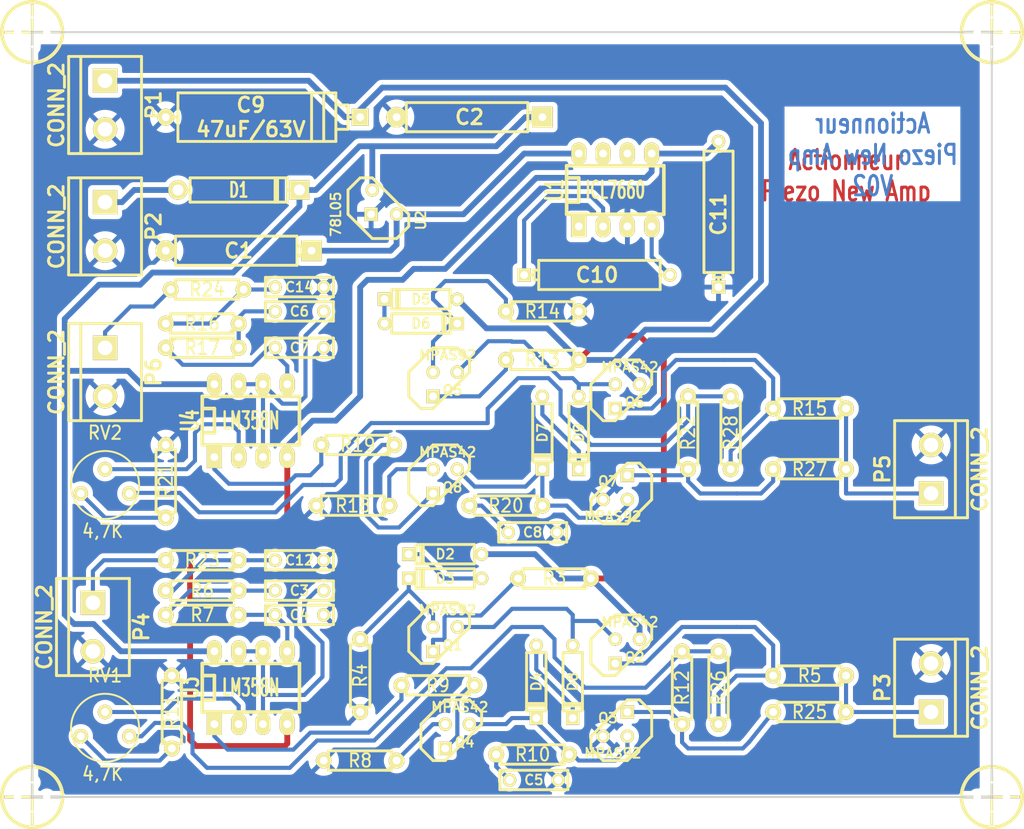
<source format=kicad_pcb>
(kicad_pcb (version 20221018) (generator pcbnew)
  (title_block (title "Actionneur_piezo"))
  (layers (0 "F.Cu" power "Composant") (31 "B.Cu" signal "Cuivre") (34 "B.Paste" user "Dessous.Pate") (35 "F.Paste" user "Dessus.Pate") (36 "B.SilkS" user "Dessous.SilkS") (37 "F.SilkS" user "Dessus.SilkS") (38 "B.Mask" user "Dessous.Masque") (39 "F.Mask" user "Dessus.Masque") (44 "Edge.Cuts" user "Contours.Ci"))
  (net 0 "")
  (net 1 "+12V")
  (net 2 "-VAA")
  (net 3 "/12Vext")
  (net 4 "/ampli_h1")
  (net 5 "/ampli_h2")
  (net 6 "/ampli_h3")
  (net 7 "/ampli_h4")
  (net 8 "/ampli_h5")
  (net 9 "/ampli_h6")
  (net 10 "/ampli_h7")
  (net 11 "/ampli_h8")
  (net 12 "GND")
  (net 13 "HT")
  (net 14 "N-000005")
  (net 15 "N-000010")
  (net 16 "N-000011")
  (net 17 "N-000012")
  (net 18 "N-000013")
  (net 19 "N-000014")
  (net 20 "N-000015")
  (net 21 "N-000016")
  (net 22 "N-000017")
  (net 23 "N-000018")
  (net 24 "N-000019")
  (net 25 "N-000020")
  (net 26 "N-000021")
  (net 27 "N-000022")
  (net 28 "N-000023")
  (net 29 "N-000024")
  (net 30 "N-000025")
  (net 31 "N-000026")
  (net 32 "N-000027")
  (net 33 "N-000032")
  (net 34 "N-000033")
  (net 35 "N-000034")
  (net 36 "N-000035")
  (net 37 "N-000036")
  (net 38 "N-000037")
  (net 39 "N-000038")
  (net 40 "N-000039")
  (net 41 "N-000040")
  (net 42 "N-000041")
  (net 43 "N-000042")
  (net 44 "N-000043")
  (net 45 "N-000044")
  (net 46 "N-000045")
  (net 47 "N-000046")
  (net 48 "N-000047")
  (net 49 "N-000048")
  (net 50 "VCC")
  (footprint "bornier2" (layer "F.Cu") (at 95.885 59.436 -90)
    (fp_text reference "P1")
    (fp_text value "CONN_2")
  )
  (footprint "bornier2" (layer "F.Cu") (at 182.245 120.396 90)
    (fp_text reference "P3")
    (fp_text value "CONN_2")
  )
  (footprint "C2" (layer "F.Cu") (at 140.589 104.14)
    (fp_text reference "C8")
    (fp_text value "820pF" hide)
  )
  (footprint "C2" (layer "F.Cu") (at 116.205 112.776)
    (fp_text reference "C4")
    (fp_text value "4,7nF" hide)
  )
  (footprint "CP6" (layer "F.Cu") (at 133.985 60.706 180)
    (fp_text reference "C2")
    (fp_text value "47uF/20V" hide)
  )
  (footprint "CP8" (layer "F.Cu") (at 112.395 60.706 180)
    (fp_text reference "C9")
    (fp_text value "47uF/63V")
  )
  (footprint "C2" (layer "F.Cu") (at 140.716 130.048)
    (fp_text reference "C5")
    (fp_text value "820pF" hide)
  )
  (footprint "C2" (layer "F.Cu") (at 116.205 110.236 180)
    (fp_text reference "C3")
    (fp_text value "15nF" hide)
  )
  (footprint "C2" (layer "F.Cu") (at 116.205 81.026 180)
    (fp_text reference "C6")
    (fp_text value "15nF" hide)
  )
  (footprint "CP6" (layer "F.Cu") (at 109.855 74.676 180)
    (fp_text reference "C1")
    (fp_text value "47uF" hide)
  )
  (footprint "C2" (layer "F.Cu") (at 116.205 84.836)
    (fp_text reference "C7")
    (fp_text value "4,7nF" hide)
  )
  (footprint "D3" (layer "F.Cu") (at 128.905 82.296)
    (fp_text reference "D6")
    (fp_text value "1N4148" hide)
  )
  (footprint "D3" (layer "F.Cu") (at 140.97 119.761 -90)
    (fp_text reference "D4")
    (fp_text value "1N4148" hide)
  )
  (footprint "D3" (layer "F.Cu") (at 131.445 108.966 180)
    (fp_text reference "D3")
    (fp_text value "1N4148" hide)
  )
  (footprint "D3" (layer "F.Cu") (at 131.445 106.426 180)
    (fp_text reference "D2")
    (fp_text value "1N4148" hide)
  )
  (footprint "D5" (layer "F.Cu") (at 109.855 68.326)
    (fp_text reference "D1")
    (fp_text value "1N4007" hide)
  )
  (footprint "D3" (layer "F.Cu") (at 141.605 93.726 -90)
    (fp_text reference "D7")
    (fp_text value "1N4148" hide)
  )
  (footprint "D3" (layer "F.Cu") (at 128.905 79.756 180)
    (fp_text reference "D5")
    (fp_text value "1N4148" hide)
  )
  (footprint "LM78LXX" (layer "F.Cu") (at 125.095 69.596 90)
    (fp_text reference "U2")
    (fp_text value "78L05")
  )
  (footprint "R3-LARGE_PADS" (layer "F.Cu") (at 156.21 120.396 -90)
    (fp_text reference "R12")
    (fp_text value "220K" hide)
  )
  (footprint "R3-LARGE_PADS" (layer "F.Cu") (at 106.045 84.836)
    (fp_text reference "R17")
    (fp_text value "22K" hide)
  )
  (footprint "R3-LARGE_PADS" (layer "F.Cu") (at 142.875 108.966 180)
    (fp_text reference "R3")
    (fp_text value "470" hide)
  )
  (footprint "R3-LARGE_PADS" (layer "F.Cu") (at 121.793 101.346 180)
    (fp_text reference "R18")
    (fp_text value "1K" hide)
  )
  (footprint "R3-LARGE_PADS" (layer "F.Cu") (at 169.545 119.126 180)
    (fp_text reference "R5")
    (fp_text value "47" hide)
  )
  (footprint "R3-LARGE_PADS" (layer "F.Cu") (at 122.555 128.016 180)
    (fp_text reference "R8")
    (fp_text value "1K" hide)
  )
  (footprint "R3-LARGE_PADS" (layer "F.Cu") (at 141.605 86.106 180)
    (fp_text reference "R13")
    (fp_text value "470" hide)
  )
  (footprint "R3-LARGE_PADS" (layer "F.Cu") (at 156.845 93.726 -90)
    (fp_text reference "R22")
    (fp_text value "220K" hide)
  )
  (footprint "R3-LARGE_PADS" (layer "F.Cu") (at 102.87 122.936 90)
    (fp_text reference "R11")
    (fp_text value "4,7K" hide)
  )
  (footprint "R3-LARGE_PADS" (layer "F.Cu") (at 106.045 110.236 180)
    (fp_text reference "R6")
    (fp_text value "22K" hide)
  )
  (footprint "R3-LARGE_PADS" (layer "F.Cu") (at 102.235 98.806 90)
    (fp_text reference "R21")
    (fp_text value "4,7K" hide)
  )
  (footprint "R3-LARGE_PADS" (layer "F.Cu") (at 106.045 82.296 180)
    (fp_text reference "R16")
    (fp_text value "22K" hide)
  )
  (footprint "R3-LARGE_PADS" (layer "F.Cu") (at 122.301 94.996 180)
    (fp_text reference "R19")
    (fp_text value "1K" hide)
  )
  (footprint "R3-LARGE_PADS" (layer "F.Cu") (at 140.589 127.381 180)
    (fp_text reference "R10")
    (fp_text value "5,6K" hide)
  )
  (footprint "R3-LARGE_PADS" (layer "F.Cu") (at 137.795 101.346 180)
    (fp_text reference "R20")
    (fp_text value "5,6K" hide)
  )
  (footprint "R3-LARGE_PADS" (layer "F.Cu") (at 122.555 119.126 -90)
    (fp_text reference "R4")
    (fp_text value "220K" hide)
  )
  (footprint "R3-LARGE_PADS" (layer "F.Cu") (at 106.045 112.776 180)
    (fp_text reference "R7")
    (fp_text value "22K" hide)
  )
  (footprint "TO92-CBE" (layer "F.Cu") (at 149.225 124.206 180)
    (fp_text reference "Q3")
    (fp_text value "MPAS92")
  )
  (footprint "TO92-CBE" (layer "F.Cu") (at 131.445 88.646)
    (fp_text reference "Q5")
    (fp_text value "MPAS92")
  )
  (footprint "TO92-CBE" (layer "F.Cu") (at 149.225 99.441 180)
    (fp_text reference "Q7")
    (fp_text value "MPAS92")
  )
  (footprint "TO92-CBE" (layer "F.Cu") (at 150.495 89.916)
    (fp_text reference "Q6")
    (fp_text value "MPAS42")
  )
  (footprint "TO92-CBE" (layer "F.Cu") (at 131.445 115.316)
    (fp_text reference "Q1")
    (fp_text value "MPAS92")
  )
  (footprint "TO92-CBE" (layer "F.Cu") (at 150.495 116.586)
    (fp_text reference "Q2")
    (fp_text value "MPAS42")
  )
  (footprint "TO92-CBE" (layer "F.Cu") (at 132.715 125.476)
    (fp_text reference "Q4")
    (fp_text value "MPAS42")
  )
  (footprint "TO92-CBE" (layer "F.Cu") (at 131.445 98.806)
    (fp_text reference "Q8")
    (fp_text value "MPAS42")
  )
  (footprint "bornier2" (layer "F.Cu") (at 95.885 72.136 -90)
    (fp_text reference "P2")
    (fp_text value "CONN_2")
  )
  (footprint "DIP-8__300_ELL" (layer "F.Cu") (at 149.225 68.326)
    (fp_text reference "U1")
    (fp_text value "ICL7660")
  )
  (footprint "DIP-8__300_ELL" (layer "F.Cu") (at 111.125 92.456)
    (fp_text reference "U4")
    (fp_text value "LM358N")
  )
  (footprint "bornier2" (layer "F.Cu") (at 94.615 114.046 -90)
    (fp_text reference "P4")
    (fp_text value "CONN_2")
  )
  (footprint "bornier2" (layer "F.Cu") (at 182.245 97.536 90)
    (fp_text reference "P5")
    (fp_text value "CONN_2")
  )
  (footprint "bornier2" (layer "F.Cu") (at 95.885 87.376 -90)
    (fp_text reference "P6")
    (fp_text value "CONN_2")
  )
  (footprint "DIP-8__300_ELL" (layer "F.Cu") (at 111.125 120.396)
    (fp_text reference "U3")
    (fp_text value "LM358N")
  )
  (footprint "R3-LARGE_PADS" (layer "F.Cu") (at 130.683 120.142 180)
    (fp_text reference "R9")
    (fp_text value "1K" hide)
  )
  (footprint "R3-LARGE_PADS" (layer "F.Cu") (at 169.545 91.186 180)
    (fp_text reference "R15")
    (fp_text value "47" hide)
  )
  (footprint "RV2" (layer "F.Cu") (at 95.885 124.206)
    (fp_text reference "RV1")
    (fp_text value "4,7K")
  )
  (footprint "RV2" (layer "F.Cu") (at 95.885 98.806)
    (fp_text reference "RV2")
    (fp_text value "4,7K")
  )
  (footprint "MIRE" (layer "F.Cu") (at 188.595 51.816)
    (fp_text reference "MIRE" hide)
    (fp_text value "*" hide)
  )
  (footprint "MIRE" (layer "F.Cu") (at 88.265 51.816)
    (fp_text reference "MIRE" hide)
    (fp_text value "*" hide)
  )
  (footprint "MIRE" (layer "F.Cu") (at 88.265 131.826)
    (fp_text reference "MIRE" hide)
    (fp_text value "*" hide)
  )
  (footprint "MIRE" (layer "F.Cu") (at 188.595 131.826)
    (fp_text reference "MIRE" hide)
    (fp_text value "*" hide)
  )
  (footprint "CP6" (layer "F.Cu") (at 147.32 77.216)
    (fp_text reference "C10")
    (fp_text value "10uF" hide)
  )
  (footprint "CP6" (layer "F.Cu") (at 160.02 70.866 90)
    (fp_text reference "C11")
    (fp_text value "10uF" hide)
  )
  (footprint "R3-LARGE_PADS" (layer "F.Cu") (at 141.605 81.026)
    (fp_text reference "R14")
    (fp_text value "220K" hide)
  )
  (footprint "C2" (layer "F.Cu") (at 116.205 78.486)
    (fp_text reference "C14")
    (fp_text value "150nF" hide)
  )
  (footprint "C2" (layer "F.Cu") (at 116.205 107.061)
    (fp_text reference "C12")
    (fp_text value "150nF" hide)
  )
  (footprint "R3-LARGE_PADS" (layer "F.Cu") (at 106.045 107.061 180)
    (fp_text reference "R23")
    (fp_text value "1K" hide)
  )
  (footprint "R3-LARGE_PADS" (layer "F.Cu") (at 106.553 78.74 180)
    (fp_text reference "R24")
    (fp_text value "1K" hide)
  )
  (footprint "D3" (layer "F.Cu") (at 145.415 93.726 -90)
    (fp_text reference "D9")
    (fp_text value "1N4148" hide)
  )
  (footprint "D3" (layer "F.Cu") (at 144.78 119.761 -90)
    (fp_text reference "D8")
    (fp_text value "1N4148" hide)
  )
  (footprint "R3-LARGE_PADS" (layer "F.Cu") (at 169.545 122.936 180)
    (fp_text reference "R25")
    (fp_text value "47" hide)
  )
  (footprint "R3-LARGE_PADS" (layer "F.Cu") (at 160.02 120.396 -90)
    (fp_text reference "R26")
    (fp_text value "220K" hide)
  )
  (footprint "R3-LARGE_PADS" (layer "F.Cu") (at 169.545 97.536 180)
    (fp_text reference "R27")
    (fp_text value "47" hide)
  )
  (footprint "R3-LARGE_PADS" (layer "F.Cu") (at 161.29 93.726 -90)
    (fp_text reference "R28")
    (fp_text value "220K" hide)
  )
  (gr_line (start 88.265 131.826) (end 88.265 51.816) (stroke (width 0.2032)) (layer "Edge.Cuts"))
  (gr_line (start 188.595 131.826) (end 88.265 131.826) (stroke (width 0.2032)) (layer "Edge.Cuts"))
  (gr_line (start 88.265 51.816) (end 188.595 51.816) (stroke (width 0.2032)) (layer "Edge.Cuts"))
  (gr_line (start 188.595 51.816) (end 188.595 131.826) (stroke (width 0.2032)) (layer "Edge.Cuts"))
  (gr_text "Actionneur\nPiezo New Amp\nV02" (at 173.355 68.453) (layer "F.Cu") (effects (font (size 2.032 1.524) (thickness 0.3048))))
  (gr_text "Actionneur\nPiezo New Amp\nV02" (at 176.149 64.643) (layer "B.Cu") (effects (font (size 2.032 1.524) (thickness 0.3048)) (justify mirror)))
  (segment (start 123.825 68.326) (end 123.825 63.74892) (width 0.6096) (layer "B.Cu") (net 1))
  (segment (start 100.838 76.962) (end 109.27842 76.962) (width 0.6096) (layer "B.Cu") (net 1))
  (segment (start 99.568 78.232) (end 100.838 76.962) (width 0.6096) (layer "B.Cu") (net 1))
  (segment (start 91.6686 81.8134) (end 95.25 78.232) (width 0.6096) (layer "B.Cu") (net 1))
  (segment (start 98.298 87.249) (end 99.695 88.646) (width 0.6096) (layer "B.Cu") (net 1))
  (segment (start 91.6686 87.249) (end 91.6686 85.4837) (width 0.6096) (layer "B.Cu") (net 1))
  (segment (start 116.205 68.326) (end 117.91442 68.326) (width 0.6096) (layer "B.Cu") (net 1))
  (segment (start 95.25 78.232) (end 99.568 78.232) (width 0.6096) (layer "B.Cu") (net 1))
  (segment (start 91.6686 85.4837) (end 91.6686 81.8134) (width 0.6096) (layer "B.Cu") (net 1))
  (segment (start 122.4915 63.74892) (end 123.825 63.74892) (width 0.6096) (layer "B.Cu") (net 1))
  (segment (start 92.64904 113.73358) (end 91.6686 112.75314) (width 0.6096) (layer "B.Cu") (net 1))
  (segment (start 117.91442 68.326) (end 122.4915 63.74892) (width 0.6096) (layer "B.Cu") (net 1))
  (segment (start 107.315 116.586) (end 97.54108 116.586) (width 0.6096) (layer "B.Cu") (net 1))
  (segment (start 94.68866 113.73358) (end 92.64904 113.73358) (width 0.6096) (layer "B.Cu") (net 1))
  (segment (start 91.6686 87.249) (end 98.298 87.249) (width 0.6096) (layer "B.Cu") (net 1))
  (segment (start 99.695 88.646) (end 107.315 88.646) (width 0.6096) (layer "B.Cu") (net 1))
  (segment (start 116.205 70.03542) (end 109.27842 76.962) (width 0.6096) (layer "B.Cu") (net 1))
  (segment (start 136.78916 63.74892) (end 139.83208 60.706) (width 0.6096) (layer "B.Cu") (net 1))
  (segment (start 123.825 63.74892) (end 136.78916 63.74892) (width 0.6096) (layer "B.Cu") (net 1))
  (segment (start 91.6686 112.75314) (end 91.6686 87.249) (width 0.6096) (layer "B.Cu") (net 1))
  (segment (start 97.54108 116.586) (end 94.68866 113.73358) (width 0.6096) (layer "B.Cu") (net 1))
  (segment (start 141.605 60.706) (end 139.83208 60.706) (width 0.6096) (layer "B.Cu") (net 1))
  (segment (start 116.205 68.326) (end 116.205 70.03542) (width 0.6096) (layer "B.Cu") (net 1))
  (segment (start 113.411 126.492) (end 114.681 126.492) (width 0.6096) (layer "F.Cu") (net 2))
  (segment (start 114.935 102.108) (end 114.935 102.362) (width 0.6096) (layer "F.Cu") (net 2))
  (segment (start 112.776 104.521) (end 107.061 104.521) (width 0.6096) (layer "F.Cu") (net 2))
  (segment (start 113.411 126.492) (end 105.41 126.492) (width 0.6096) (layer "F.Cu") (net 2))
  (segment (start 107.061 104.521) (end 104.775 106.807) (width 0.6096) (layer "F.Cu") (net 2))
  (segment (start 114.681 126.492) (end 114.935 126.238) (width 0.6096) (layer "F.Cu") (net 2))
  (segment (start 104.775 109.601) (end 104.775 125.857) (width 0.6096) (layer "F.Cu") (net 2))
  (segment (start 114.935 96.266) (end 114.935 102.108) (width 0.6096) (layer "F.Cu") (net 2))
  (segment (start 105.41 126.492) (end 104.775 125.857) (width 0.6096) (layer "F.Cu") (net 2))
  (segment (start 114.935 126.238) (end 114.935 124.206) (width 0.6096) (layer "F.Cu") (net 2))
  (segment (start 104.775 106.807) (end 104.775 109.601) (width 0.6096) (layer "F.Cu") (net 2))
  (segment (start 114.935 102.362) (end 112.776 104.521) (width 0.6096) (layer "F.Cu") (net 2))
  (segment (start 128.905 76.581) (end 128.143 76.581) (width 0.6096) (layer "B.Cu") (net 2))
  (segment (start 122.555 89.916) (end 122.555 78.486) (width 0.6096) (layer "B.Cu") (net 2))
  (segment (start 114.935 95.123) (end 117.602 92.456) (width 0.6096) (layer "B.Cu") (net 2))
  (segment (start 120.015 92.456) (end 122.555 89.916) (width 0.6096) (layer "B.Cu") (net 2))
  (segment (start 114.935 96.266) (end 114.935 95.123) (width 0.6096) (layer "B.Cu") (net 2))
  (segment (start 140.97 67.056) (end 152.4 67.056) (width 0.6096) (layer "B.Cu") (net 2))
  (segment (start 153.035 66.421) (end 153.035 64.516) (width 0.6096) (layer "B.Cu") (net 2))
  (segment (start 127 77.724) (end 123.317 77.724) (width 0.6096) (layer "B.Cu") (net 2))
  (segment (start 128.905 76.581) (end 131.445 76.581) (width 0.6096) (layer "B.Cu") (net 2))
  (segment (start 128.143 76.581) (end 127 77.724) (width 0.6096) (layer "B.Cu") (net 2))
  (segment (start 131.445 76.581) (end 140.97 67.056) (width 0.6096) (layer "B.Cu") (net 2))
  (segment (start 117.602 92.456) (end 120.015 92.456) (width 0.6096) (layer "B.Cu") (net 2))
  (segment (start 153.035 64.516) (end 158.75 64.516) (width 0.6096) (layer "B.Cu") (net 2))
  (segment (start 158.75 64.516) (end 160.02 63.246) (width 0.6096) (layer "B.Cu") (net 2))
  (segment (start 152.4 67.056) (end 153.035 66.421) (width 0.6096) (layer "B.Cu") (net 2))
  (segment (start 123.317 77.724) (end 122.555 78.486) (width 0.6096) (layer "B.Cu") (net 2))
  (segment (start 98.92792 68.326) (end 97.65792 69.596) (width 0.6096) (layer "B.Cu") (net 3))
  (segment (start 103.505 68.326) (end 98.92792 68.326) (width 0.6096) (layer "B.Cu") (net 3))
  (segment (start 95.885 69.596) (end 97.65792 69.596) (width 0.6096) (layer "B.Cu") (net 3))
  (segment (start 112.395 116.586) (end 109.855 116.586) (width 0.4318) (layer "B.Cu") (net 4))
  (segment (start 117.983 110.236) (end 116.713 111.506) (width 0.4318) (layer "B.Cu") (net 4))
  (segment (start 118.745 110.236) (end 117.983 110.236) (width 0.4318) (layer "B.Cu") (net 4))
  (segment (start 116.713 121.158) (end 112.395 121.158) (width 0.4318) (layer "B.Cu") (net 4))
  (segment (start 116.713 112.522) (end 116.713 113.792) (width 0.4318) (layer "B.Cu") (net 4))
  (segment (start 118.618 115.697) (end 118.618 119.253) (width 0.4318) (layer "B.Cu") (net 4))
  (segment (start 116.713 111.506) (end 116.713 112.522) (width 0.4318) (layer "B.Cu") (net 4))
  (segment (start 116.713 113.792) (end 118.618 115.697) (width 0.4318) (layer "B.Cu") (net 4))
  (segment (start 118.618 119.253) (end 116.713 121.158) (width 0.4318) (layer "B.Cu") (net 4))
  (segment (start 112.395 121.158) (end 112.395 116.586) (width 0.4318) (layer "B.Cu") (net 4))
  (segment (start 112.395 124.206) (end 112.395 121.158) (width 0.4318) (layer "B.Cu") (net 4))
  (segment (start 112.395 88.646) (end 112.395 96.266) (width 0.4318) (layer "B.Cu") (net 5))
  (segment (start 116.84 89.916) (end 116.078 90.678) (width 0.4318) (layer "B.Cu") (net 5))
  (segment (start 118.745 81.026) (end 118.745 81.661) (width 0.4318) (layer "B.Cu") (net 5))
  (segment (start 116.84 83.566) (end 116.84 89.916) (width 0.4318) (layer "B.Cu") (net 5))
  (segment (start 114.427 90.678) (end 112.395 88.646) (width 0.4318) (layer "B.Cu") (net 5))
  (segment (start 118.745 81.661) (end 116.84 83.566) (width 0.4318) (layer "B.Cu") (net 5))
  (segment (start 109.855 88.646) (end 112.395 88.646) (width 0.4318) (layer "B.Cu") (net 5))
  (segment (start 116.078 90.678) (end 114.427 90.678) (width 0.4318) (layer "B.Cu") (net 5))
  (segment (start 173.355 122.936) (end 173.355 119.126) (width 0.4318) (layer "B.Cu") (net 6))
  (segment (start 173.355 122.936) (end 182.245 122.936) (width 0.4318) (layer "B.Cu") (net 6))
  (segment (start 94.615 111.506) (end 94.615 108.204) (width 0.4318) (layer "B.Cu") (net 7))
  (segment (start 94.615 108.204) (end 95.758 107.061) (width 0.4318) (layer "B.Cu") (net 7))
  (segment (start 95.758 107.061) (end 102.235 107.061) (width 0.4318) (layer "B.Cu") (net 7))
  (segment (start 173.355 97.536) (end 173.355 100.076) (width 0.4318) (layer "B.Cu") (net 8))
  (segment (start 173.355 97.536) (end 173.355 91.186) (width 0.4318) (layer "B.Cu") (net 8))
  (segment (start 173.355 100.076) (end 182.245 100.076) (width 0.4318) (layer "B.Cu") (net 8))
  (segment (start 95.885 84.836) (end 95.885 83.185) (width 0.4318) (layer "B.Cu") (net 9))
  (segment (start 100.965 80.518) (end 102.743 78.74) (width 0.4318) (layer "B.Cu") (net 9))
  (segment (start 95.885 83.185) (end 98.552 80.518) (width 0.4318) (layer "B.Cu") (net 9))
  (segment (start 98.552 80.518) (end 100.965 80.518) (width 0.4318) (layer "B.Cu") (net 9))
  (segment (start 142.875 117.221) (end 146.05 120.396) (width 0.4318) (layer "B.Cu") (net 10))
  (segment (start 106.553 128.778) (end 105.029 127.254) (width 0.4318) (layer "B.Cu") (net 10))
  (segment (start 142.875 115.316) (end 142.875 117.221) (width 0.4318) (layer "B.Cu") (net 10))
  (segment (start 133.35 118.364) (end 134.112 118.364) (width 0.4318) (layer "B.Cu") (net 10))
  (segment (start 131.572 118.364) (end 133.35 118.364) (width 0.4318) (layer "B.Cu") (net 10))
  (segment (start 118.0465 125.9205) (end 117.221 126.746) (width 0.4318) (layer "B.Cu") (net 10))
  (segment (start 152.4 120.396) (end 156.21 116.586) (width 0.4318) (layer "B.Cu") (net 10))
  (segment (start 99.695 125.476) (end 101.092 124.079) (width 0.4318) (layer "B.Cu") (net 10))
  (segment (start 134.112 118.364) (end 138.43 114.046) (width 0.4318) (layer "B.Cu") (net 10))
  (segment (start 103.886 124.079) (end 105.029 125.222) (width 0.4318) (layer "B.Cu") (net 10))
  (segment (start 115.189 128.778) (end 106.553 128.778) (width 0.4318) (layer "B.Cu") (net 10))
  (segment (start 138.43 114.046) (end 141.605 114.046) (width 0.4318) (layer "B.Cu") (net 10))
  (segment (start 98.425 125.476) (end 99.695 125.476) (width 0.4318) (layer "B.Cu") (net 10))
  (segment (start 160.02 116.586) (end 156.21 116.586) (width 0.4318) (layer "B.Cu") (net 10))
  (segment (start 152.4 120.396) (end 146.05 120.396) (width 0.4318) (layer "B.Cu") (net 10))
  (segment (start 101.092 124.079) (end 103.886 124.079) (width 0.4318) (layer "B.Cu") (net 10))
  (segment (start 117.221 126.746) (end 115.189 128.778) (width 0.4318) (layer "B.Cu") (net 10))
  (segment (start 124.0155 125.9205) (end 131.572 118.364) (width 0.4318) (layer "B.Cu") (net 10))
  (segment (start 105.029 125.222) (end 105.029 127.254) (width 0.4318) (layer "B.Cu") (net 10))
  (segment (start 141.605 114.046) (end 142.875 115.316) (width 0.4318) (layer "B.Cu") (net 10))
  (segment (start 124.0155 125.9205) (end 118.0465 125.9205) (width 0.4318) (layer "B.Cu") (net 10))
  (segment (start 118.618 99.187) (end 116.586 99.187) (width 0.4318) (layer "B.Cu") (net 11))
  (segment (start 135.89 91.186) (end 139.065 88.011) (width 0.4318) (layer "B.Cu") (net 11))
  (segment (start 143.51 91.821) (end 146.685 94.996) (width 0.4318) (layer "B.Cu") (net 11))
  (segment (start 139.065 88.011) (end 142.24 88.011) (width 0.4318) (layer "B.Cu") (net 11))
  (segment (start 156.845 89.916) (end 161.29 89.916) (width 0.4318) (layer "B.Cu") (net 11))
  (segment (start 98.48596 100.01504) (end 103.69804 100.01504) (width 0.4318) (layer "B.Cu") (net 11))
  (segment (start 113.7285 102.0445) (end 116.078 99.695) (width 0.4318) (layer "B.Cu") (net 11))
  (segment (start 135.89 92.71) (end 135.89 91.186) (width 0.4318) (layer "B.Cu") (net 11))
  (segment (start 135.89 92.71) (end 123.698 92.71) (width 0.4318) (layer "B.Cu") (net 11))
  (segment (start 119.888 99.187) (end 120.523 98.552) (width 0.4318) (layer "B.Cu") (net 11))
  (segment (start 98.425 100.076) (end 98.48596 100.01504) (width 0.4318) (layer "B.Cu") (net 11))
  (segment (start 116.586 99.187) (end 116.078 99.695) (width 0.4318) (layer "B.Cu") (net 11))
  (segment (start 105.7275 102.0445) (end 103.69804 100.01504) (width 0.4318) (layer "B.Cu") (net 11))
  (segment (start 118.618 99.187) (end 119.888 99.187) (width 0.4318) (layer "B.Cu") (net 11))
  (segment (start 156.845 92.456) (end 154.305 94.996) (width 0.4318) (layer "B.Cu") (net 11))
  (segment (start 120.523 95.885) (end 120.523 98.552) (width 0.4318) (layer "B.Cu") (net 11))
  (segment (start 143.51 89.281) (end 143.51 91.821) (width 0.4318) (layer "B.Cu") (net 11))
  (segment (start 142.24 88.011) (end 143.51 89.281) (width 0.4318) (layer "B.Cu") (net 11))
  (segment (start 156.845 89.916) (end 156.845 92.456) (width 0.4318) (layer "B.Cu") (net 11))
  (segment (start 123.698 92.71) (end 120.523 95.885) (width 0.4318) (layer "B.Cu") (net 11))
  (segment (start 154.305 94.996) (end 146.685 94.996) (width 0.4318) (layer "B.Cu") (net 11))
  (segment (start 105.7275 102.0445) (end 113.7285 102.0445) (width 0.4318) (layer "B.Cu") (net 11))
  (segment (start 150.495 70.231) (end 151.765 68.961) (width 0.6096) (layer "B.Cu") (net 12))
  (segment (start 156.21 68.961) (end 160.02 72.771) (width 0.6096) (layer "B.Cu") (net 12))
  (segment (start 151.765 68.961) (end 156.21 68.961) (width 0.6096) (layer "B.Cu") (net 12))
  (segment (start 160.02 72.771) (end 160.02 78.486) (width 0.6096) (layer "B.Cu") (net 12))
  (segment (start 123.698 70.866) (end 123.825 70.866) (width 0.6096) (layer "B.Cu") (net 12))
  (segment (start 123.825 70.866) (end 125.73 68.961) (width 0.6096) (layer "B.Cu") (net 12))
  (segment (start 150.495 72.136) (end 150.495 70.231) (width 0.6096) (layer "B.Cu") (net 12))
  (segment (start 154.305 86.106) (end 154.305 106.426) (width 0.6096) (layer "F.Cu") (net 13))
  (segment (start 154.305 106.426) (end 151.765 108.966) (width 0.6096) (layer "F.Cu") (net 13))
  (segment (start 151.765 83.566) (end 154.305 86.106) (width 0.6096) (layer "F.Cu") (net 13))
  (segment (start 145.415 86.106) (end 147.955 83.566) (width 0.6096) (layer "F.Cu") (net 13))
  (segment (start 151.765 108.966) (end 146.685 108.966) (width 0.6096) (layer "F.Cu") (net 13))
  (segment (start 147.955 83.566) (end 151.765 83.566) (width 0.6096) (layer "F.Cu") (net 13))
  (segment (start 135.76046 82.80146) (end 142.11046 82.80146) (width 0.6096) (layer "B.Cu") (net 13))
  (segment (start 151.765 88.646) (end 149.225 86.106) (width 0.6096) (layer "B.Cu") (net 13))
  (segment (start 143.383 108.966) (end 146.685 108.966) (width 0.6096) (layer "B.Cu") (net 13))
  (segment (start 151.765 114.04854) (end 150.93696 113.21542) (width 0.6096) (layer "B.Cu") (net 13))
  (segment (start 160.74136 57.61736) (end 164.465 61.341) (width 0.6096) (layer "B.Cu") (net 13))
  (segment (start 140.716 106.426) (end 140.843 106.426) (width 0.6096) (layer "B.Cu") (net 13))
  (segment (start 164.465 61.341) (end 164.465 77.851) (width 0.6096) (layer "B.Cu") (net 13))
  (segment (start 164.465 77.851) (end 159.385 82.931) (width 0.6096) (layer "B.Cu") (net 13))
  (segment (start 120.97258 60.706) (end 117.16258 56.896) (width 0.6096) (layer "B.Cu") (net 13))
  (segment (start 122.555 60.706) (end 121.76506 60.706) (width 0.6096) (layer "B.Cu") (net 13))
  (segment (start 140.843 106.426) (end 143.383 108.966) (width 0.6096) (layer "B.Cu") (net 13))
  (segment (start 124.8537 57.61736) (end 160.74136 57.61736) (width 0.6096) (layer "B.Cu") (net 13))
  (segment (start 121.76506 60.706) (end 124.8537 57.61736) (width 0.6096) (layer "B.Cu") (net 13))
  (segment (start 159.385 82.931) (end 152.4 82.931) (width 0.6096) (layer "B.Cu") (net 13))
  (segment (start 117.16258 56.896) (end 95.885 56.896) (width 0.6096) (layer "B.Cu") (net 13))
  (segment (start 146.685 108.966) (end 150.93696 113.21542) (width 0.6096) (layer "B.Cu") (net 13))
  (segment (start 149.225 86.106) (end 145.415 86.106) (width 0.6096) (layer "B.Cu") (net 13))
  (segment (start 151.765 115.316) (end 151.765 114.04854) (width 0.6096) (layer "B.Cu") (net 13))
  (segment (start 121.76506 60.706) (end 120.97258 60.706) (width 0.6096) (layer "B.Cu") (net 13))
  (segment (start 132.715 79.756) (end 135.76046 82.80146) (width 0.6096) (layer "B.Cu") (net 13))
  (segment (start 135.255 106.426) (end 140.716 106.426) (width 0.6096) (layer "B.Cu") (net 13))
  (segment (start 142.11046 82.80146) (end 145.415 86.106) (width 0.6096) (layer "B.Cu") (net 13))
  (segment (start 152.4 82.931) (end 149.225 86.106) (width 0.6096) (layer "B.Cu") (net 13))
  (segment (start 153.035 75.311) (end 154.94 77.216) (width 0.4318) (layer "B.Cu") (net 14))
  (segment (start 153.035 72.136) (end 153.035 75.311) (width 0.4318) (layer "B.Cu") (net 14))
  (segment (start 147.955 70.231) (end 147.955 72.136) (width 0.4318) (layer "B.Cu") (net 15))
  (segment (start 139.7 71.501) (end 142.24 68.961) (width 0.4318) (layer "B.Cu") (net 15))
  (segment (start 146.685 68.961) (end 147.955 70.231) (width 0.4318) (layer "B.Cu") (net 15))
  (segment (start 139.7 77.216) (end 139.7 71.501) (width 0.4318) (layer "B.Cu") (net 15))
  (segment (start 142.24 68.961) (end 146.685 68.961) (width 0.4318) (layer "B.Cu") (net 15))
  (segment (start 132.715 121.539) (end 132.715 125.476) (width 0.4318) (layer "B.Cu") (net 16))
  (segment (start 134.493 120.142) (end 134.112 120.142) (width 0.4318) (layer "B.Cu") (net 16))
  (segment (start 132.715 125.476) (end 131.445 126.746) (width 0.4318) (layer "B.Cu") (net 16))
  (segment (start 134.112 120.142) (end 132.715 121.539) (width 0.4318) (layer "B.Cu") (net 16))
  (segment (start 131.37642 108.966) (end 128.83642 106.426) (width 0.4318) (layer "B.Cu") (net 17))
  (segment (start 135.255 108.966) (end 131.37642 108.966) (width 0.4318) (layer "B.Cu") (net 17))
  (segment (start 127.635 106.426) (end 128.83642 106.426) (width 0.4318) (layer "B.Cu") (net 17))
  (segment (start 102.235 112.776) (end 104.775 110.236) (width 0.4318) (layer "B.Cu") (net 18))
  (segment (start 104.775 110.236) (end 109.855 110.236) (width 0.4318) (layer "B.Cu") (net 18))
  (segment (start 113.665 110.236) (end 109.855 110.236) (width 0.4318) (layer "B.Cu") (net 18))
  (segment (start 102.997 110.236) (end 106.172 107.061) (width 0.4318) (layer "B.Cu") (net 19))
  (segment (start 109.855 107.061) (end 113.665 107.061) (width 0.4318) (layer "B.Cu") (net 19))
  (segment (start 102.235 110.236) (end 102.997 110.236) (width 0.4318) (layer "B.Cu") (net 19))
  (segment (start 106.172 107.061) (end 109.855 107.061) (width 0.4318) (layer "B.Cu") (net 19))
  (segment (start 136.779 128.651) (end 138.176 130.048) (width 0.4318) (layer "B.Cu") (net 20))
  (segment (start 136.779 127.381) (end 136.779 128.651) (width 0.4318) (layer "B.Cu") (net 20))
  (segment (start 165.735 115.951) (end 163.83 114.046) (width 0.4318) (layer "B.Cu") (net 21))
  (segment (start 165.735 119.126) (end 165.735 115.951) (width 0.4318) (layer "B.Cu") (net 21))
  (segment (start 160.02 124.206) (end 160.02 121.031) (width 0.4318) (layer "B.Cu") (net 21))
  (segment (start 156.21 114.046) (end 152.4 117.856) (width 0.4318) (layer "B.Cu") (net 21))
  (segment (start 160.02 121.031) (end 161.925 119.126) (width 0.4318) (layer "B.Cu") (net 21))
  (segment (start 163.83 114.046) (end 161.925 114.046) (width 0.4318) (layer "B.Cu") (net 21))
  (segment (start 161.925 119.126) (end 165.735 119.126) (width 0.4318) (layer "B.Cu") (net 21))
  (segment (start 161.925 114.046) (end 156.21 114.046) (width 0.4318) (layer "B.Cu") (net 21))
  (segment (start 152.4 117.856) (end 149.225 117.856) (width 0.4318) (layer "B.Cu") (net 21))
  (segment (start 150.495 122.936) (end 154.94 122.936) (width 0.4318) (layer "B.Cu") (net 22))
  (segment (start 163.195 126.111) (end 165.735 122.936) (width 0.4318) (layer "B.Cu") (net 22))
  (segment (start 154.94 122.936) (end 156.21 124.206) (width 0.4318) (layer "B.Cu") (net 22))
  (segment (start 162.56 126.746) (end 163.195 126.111) (width 0.4318) (layer "B.Cu") (net 22))
  (segment (start 156.845 126.746) (end 162.56 126.746) (width 0.4318) (layer "B.Cu") (net 22))
  (segment (start 156.21 126.111) (end 156.845 126.746) (width 0.4318) (layer "B.Cu") (net 22))
  (segment (start 156.21 124.206) (end 156.21 126.111) (width 0.4318) (layer "B.Cu") (net 22))
  (segment (start 102.87 126.746) (end 101.6 128.016) (width 0.4318) (layer "B.Cu") (net 23))
  (segment (start 95.885 128.016) (end 101.6 128.016) (width 0.4318) (layer "B.Cu") (net 23))
  (segment (start 93.345 125.476) (end 95.885 128.016) (width 0.4318) (layer "B.Cu") (net 23))
  (segment (start 127.635 110.16742) (end 130.175 112.70742) (width 0.4318) (layer "B.Cu") (net 24))
  (segment (start 127.635 108.966) (end 127.635 110.16742) (width 0.4318) (layer "B.Cu") (net 24))
  (segment (start 122.555 115.24742) (end 127.635 110.16742) (width 0.4318) (layer "B.Cu") (net 24))
  (segment (start 130.175 112.70742) (end 130.175 114.046) (width 0.4318) (layer "B.Cu") (net 24))
  (segment (start 122.555 115.316) (end 122.555 115.24742) (width 0.4318) (layer "B.Cu") (net 24))
  (segment (start 130.175 124.206) (end 131.445 124.206) (width 0.4318) (layer "B.Cu") (net 25))
  (segment (start 126.365 128.016) (end 130.175 124.206) (width 0.4318) (layer "B.Cu") (net 25))
  (segment (start 126.873 121.666) (end 126.873 120.142) (width 0.4318) (layer "B.Cu") (net 26))
  (segment (start 123.444 125.095) (end 126.873 121.666) (width 0.4318) (layer "B.Cu") (net 26))
  (segment (start 116.5225 125.9205) (end 117.348 125.095) (width 0.4318) (layer "B.Cu") (net 26))
  (segment (start 108.712 126.873) (end 107.315 125.476) (width 0.4318) (layer "B.Cu") (net 26))
  (segment (start 117.348 125.095) (end 123.444 125.095) (width 0.4318) (layer "B.Cu") (net 26))
  (segment (start 116.5225 125.9205) (end 115.57 126.873) (width 0.4318) (layer "B.Cu") (net 26))
  (segment (start 107.315 125.476) (end 107.315 124.206) (width 0.4318) (layer "B.Cu") (net 26))
  (segment (start 115.57 126.873) (end 108.712 126.873) (width 0.4318) (layer "B.Cu") (net 26))
  (segment (start 103.505 121.539) (end 109.093 121.539) (width 0.4318) (layer "B.Cu") (net 27))
  (segment (start 102.108 122.936) (end 103.505 121.539) (width 0.4318) (layer "B.Cu") (net 27))
  (segment (start 109.093 121.539) (end 109.855 122.301) (width 0.4318) (layer "B.Cu") (net 27))
  (segment (start 109.855 122.301) (end 109.855 124.206) (width 0.4318) (layer "B.Cu") (net 27))
  (segment (start 95.885 122.936) (end 102.108 122.936) (width 0.4318) (layer "B.Cu") (net 27))
  (segment (start 140.97 115.951) (end 140.97 118.491) (width 0.4318) (layer "B.Cu") (net 28))
  (segment (start 140.97 118.491) (end 144.78 122.301) (width 0.4318) (layer "B.Cu") (net 28))
  (segment (start 144.78 122.301) (end 144.78 123.571) (width 0.4318) (layer "B.Cu") (net 28))
  (segment (start 114.935 114.046) (end 114.935 116.586) (width 0.4318) (layer "B.Cu") (net 29))
  (segment (start 109.855 112.776) (end 113.665 112.776) (width 0.4318) (layer "B.Cu") (net 29))
  (segment (start 113.665 112.776) (end 114.935 114.046) (width 0.4318) (layer "B.Cu") (net 29))
  (segment (start 149.225 128.016) (end 150.495 126.746) (width 0.4318) (layer "B.Cu") (net 30))
  (segment (start 138.43 123.571) (end 140.97 123.571) (width 0.4318) (layer "B.Cu") (net 30))
  (segment (start 150.495 126.746) (end 150.495 125.476) (width 0.4318) (layer "B.Cu") (net 30))
  (segment (start 133.985 124.206) (end 137.795 124.206) (width 0.4318) (layer "B.Cu") (net 30))
  (segment (start 144.78 127.381) (end 145.415 128.016) (width 0.4318) (layer "B.Cu") (net 30))
  (segment (start 137.795 124.206) (end 138.43 123.571) (width 0.4318) (layer "B.Cu") (net 30))
  (segment (start 140.97 123.952) (end 144.399 127.381) (width 0.4318) (layer "B.Cu") (net 30))
  (segment (start 144.399 127.381) (end 144.78 127.381) (width 0.4318) (layer "B.Cu") (net 30))
  (segment (start 140.97 123.571) (end 140.97 123.952) (width 0.4318) (layer "B.Cu") (net 30))
  (segment (start 145.415 128.016) (end 149.225 128.016) (width 0.4318) (layer "B.Cu") (net 30))
  (segment (start 138.43 112.141) (end 136.525 114.046) (width 0.4318) (layer "B.Cu") (net 31))
  (segment (start 136.525 114.046) (end 132.715 114.046) (width 0.4318) (layer "B.Cu") (net 31))
  (segment (start 147.32 113.411) (end 144.78 113.411) (width 0.4318) (layer "B.Cu") (net 31))
  (segment (start 144.78 113.411) (end 144.78 112.776) (width 0.4318) (layer "B.Cu") (net 31))
  (segment (start 144.145 112.141) (end 138.43 112.141) (width 0.4318) (layer "B.Cu") (net 31))
  (segment (start 144.78 115.951) (end 144.78 113.411) (width 0.4318) (layer "B.Cu") (net 31))
  (segment (start 149.225 115.316) (end 147.32 113.411) (width 0.4318) (layer "B.Cu") (net 31))
  (segment (start 144.78 112.776) (end 144.145 112.141) (width 0.4318) (layer "B.Cu") (net 31))
  (segment (start 130.175 116.586) (end 130.175 115.38458) (width 0.4318) (layer "B.Cu") (net 32))
  (segment (start 130.175 115.38458) (end 131.2545 115.38458) (width 0.4318) (layer "B.Cu") (net 32))
  (segment (start 131.56692 112.84204) (end 135.18896 112.84204) (width 0.4318) (layer "B.Cu") (net 32))
  (segment (start 131.37642 113.03254) (end 131.56692 112.84204) (width 0.4318) (layer "B.Cu") (net 32))
  (segment (start 135.18896 112.84204) (end 139.065 108.966) (width 0.4318) (layer "B.Cu") (net 32))
  (segment (start 131.2545 115.38458) (end 131.37642 115.26266) (width 0.4318) (layer "B.Cu") (net 32))
  (segment (start 131.37642 115.26266) (end 131.37642 113.03254) (width 0.4318) (layer "B.Cu") (net 32))
  (segment (start 126.619 103.632) (end 130.175 100.076) (width 0.4318) (layer "B.Cu") (net 33))
  (segment (start 124.841 94.996) (end 123.19 96.647) (width 0.4318) (layer "B.Cu") (net 33))
  (segment (start 123.19 96.647) (end 123.19 102.362) (width 0.4318) (layer "B.Cu") (net 33))
  (segment (start 126.111 94.996) (end 124.841 94.996) (width 0.4318) (layer "B.Cu") (net 33))
  (segment (start 124.46 103.632) (end 126.619 103.632) (width 0.4318) (layer "B.Cu") (net 33))
  (segment (start 123.19 102.362) (end 124.46 103.632) (width 0.4318) (layer "B.Cu") (net 33))
  (segment (start 125.095 79.756) (end 125.095 82.296) (width 0.4318) (layer "B.Cu") (net 34))
  (segment (start 110.49 81.026) (end 113.665 81.026) (width 0.4318) (layer "B.Cu") (net 35))
  (segment (start 109.855 84.836) (end 109.855 82.296) (width 0.4318) (layer "B.Cu") (net 35))
  (segment (start 109.855 82.296) (end 109.855 81.661) (width 0.4318) (layer "B.Cu") (net 35))
  (segment (start 109.855 81.661) (end 110.49 81.026) (width 0.4318) (layer "B.Cu") (net 35))
  (segment (start 113.411 78.74) (end 113.665 78.486) (width 0.4318) (layer "B.Cu") (net 36))
  (segment (start 102.235 82.296) (end 106.807 82.296) (width 0.4318) (layer "B.Cu") (net 36))
  (segment (start 106.807 82.296) (end 110.363 78.74) (width 0.4318) (layer "B.Cu") (net 36))
  (segment (start 110.363 78.74) (end 113.411 78.74) (width 0.4318) (layer "B.Cu") (net 36))
  (segment (start 133.985 101.346) (end 135.255 101.346) (width 0.4318) (layer "B.Cu") (net 37))
  (segment (start 135.255 101.346) (end 138.049 104.14) (width 0.4318) (layer "B.Cu") (net 37))
  (segment (start 161.29 95.631) (end 165.735 91.186) (width 0.4318) (layer "B.Cu") (net 38))
  (segment (start 161.29 97.536) (end 161.29 95.631) (width 0.4318) (layer "B.Cu") (net 38))
  (segment (start 165.735 91.186) (end 165.735 88.011) (width 0.4318) (layer "B.Cu") (net 38))
  (segment (start 165.735 88.011) (end 163.83 86.106) (width 0.4318) (layer "B.Cu") (net 38))
  (segment (start 149.225 91.186) (end 153.035 91.186) (width 0.4318) (layer "B.Cu") (net 38))
  (segment (start 154.305 89.916) (end 154.305 87.376) (width 0.4318) (layer "B.Cu") (net 38))
  (segment (start 154.305 87.376) (end 155.575 86.106) (width 0.4318) (layer "B.Cu") (net 38))
  (segment (start 155.575 86.106) (end 160.655 86.106) (width 0.4318) (layer "B.Cu") (net 38))
  (segment (start 154.305 89.916) (end 153.035 91.186) (width 0.4318) (layer "B.Cu") (net 38))
  (segment (start 163.83 86.106) (end 160.655 86.106) (width 0.4318) (layer "B.Cu") (net 38))
  (segment (start 156.845 98.806) (end 158.115 100.076) (width 0.4318) (layer "B.Cu") (net 39))
  (segment (start 164.465 100.076) (end 161.925 100.076) (width 0.4318) (layer "B.Cu") (net 39))
  (segment (start 156.845 97.536) (end 156.845 98.806) (width 0.4318) (layer "B.Cu") (net 39))
  (segment (start 165.735 97.536) (end 165.735 98.806) (width 0.4318) (layer "B.Cu") (net 39))
  (segment (start 150.495 98.171) (end 156.21 98.171) (width 0.4318) (layer "B.Cu") (net 39))
  (segment (start 165.735 98.806) (end 164.465 100.076) (width 0.4318) (layer "B.Cu") (net 39))
  (segment (start 156.21 98.171) (end 156.845 97.536) (width 0.4318) (layer "B.Cu") (net 39))
  (segment (start 158.115 100.076) (end 161.925 100.076) (width 0.4318) (layer "B.Cu") (net 39))
  (segment (start 95.885 102.616) (end 102.235 102.616) (width 0.4318) (layer "B.Cu") (net 40))
  (segment (start 93.345 100.076) (end 95.885 102.616) (width 0.4318) (layer "B.Cu") (net 40))
  (segment (start 135.89 77.851) (end 131.445 77.851) (width 0.4318) (layer "B.Cu") (net 41))
  (segment (start 137.795 81.026) (end 137.795 79.756) (width 0.4318) (layer "B.Cu") (net 41))
  (segment (start 132.715 82.296) (end 132.08 82.296) (width 0.4318) (layer "B.Cu") (net 41))
  (segment (start 130.175 79.121) (end 130.175 79.756) (width 0.4318) (layer "B.Cu") (net 41))
  (segment (start 131.445 77.851) (end 130.175 79.121) (width 0.4318) (layer "B.Cu") (net 41))
  (segment (start 132.08 82.296) (end 130.175 84.201) (width 0.4318) (layer "B.Cu") (net 41))
  (segment (start 130.175 79.756) (end 132.715 82.296) (width 0.4318) (layer "B.Cu") (net 41))
  (segment (start 130.175 84.201) (end 130.175 87.376) (width 0.4318) (layer "B.Cu") (net 41))
  (segment (start 137.795 79.756) (end 135.89 77.851) (width 0.4318) (layer "B.Cu") (net 41))
  (segment (start 130.175 97.536) (end 126.365 97.536) (width 0.4318) (layer "B.Cu") (net 42))
  (segment (start 125.603 98.298) (end 125.603 101.346) (width 0.4318) (layer "B.Cu") (net 42))
  (segment (start 126.365 97.536) (end 125.603 98.298) (width 0.4318) (layer "B.Cu") (net 42))
  (segment (start 107.315 97.536) (end 108.839 99.06) (width 0.4318) (layer "B.Cu") (net 43))
  (segment (start 117.348 98.171) (end 118.491 97.028) (width 0.4318) (layer "B.Cu") (net 43))
  (segment (start 108.839 99.06) (end 114.046 99.06) (width 0.4318) (layer "B.Cu") (net 43))
  (segment (start 116.967 98.171) (end 115.824 98.171) (width 0.4318) (layer "B.Cu") (net 43))
  (segment (start 114.046 99.06) (end 114.935 99.06) (width 0.4318) (layer "B.Cu") (net 43))
  (segment (start 107.315 96.266) (end 107.315 97.536) (width 0.4318) (layer "B.Cu") (net 43))
  (segment (start 115.824 98.171) (end 114.935 99.06) (width 0.4318) (layer "B.Cu") (net 43))
  (segment (start 118.491 97.028) (end 118.491 94.996) (width 0.4318) (layer "B.Cu") (net 43))
  (segment (start 116.967 98.171) (end 117.348 98.171) (width 0.4318) (layer "B.Cu") (net 43))
  (segment (start 114.935 99.06) (end 115.824 98.171) (width 0.4318) (layer "B.Cu") (net 43))
  (segment (start 105.283 96.647) (end 105.283 93.726) (width 0.4318) (layer "B.Cu") (net 44))
  (segment (start 104.394 97.536) (end 105.283 96.647) (width 0.4318) (layer "B.Cu") (net 44))
  (segment (start 109.855 93.599) (end 109.855 96.266) (width 0.4318) (layer "B.Cu") (net 44))
  (segment (start 105.283 93.726) (end 106.172 92.837) (width 0.4318) (layer "B.Cu") (net 44))
  (segment (start 95.885 97.536) (end 104.394 97.536) (width 0.4318) (layer "B.Cu") (net 44))
  (segment (start 106.172 92.837) (end 109.093 92.837) (width 0.4318) (layer "B.Cu") (net 44))
  (segment (start 109.093 92.837) (end 109.855 93.599) (width 0.4318) (layer "B.Cu") (net 44))
  (segment (start 141.605 91.821) (end 145.415 95.631) (width 0.4318) (layer "B.Cu") (net 45))
  (segment (start 141.605 89.916) (end 141.605 91.821) (width 0.4318) (layer "B.Cu") (net 45))
  (segment (start 145.415 95.631) (end 145.415 97.536) (width 0.4318) (layer "B.Cu") (net 45))
  (segment (start 113.665 85.471) (end 114.935 86.741) (width 0.4318) (layer "B.Cu") (net 46))
  (segment (start 104.013 86.614) (end 102.235 84.836) (width 0.4318) (layer "B.Cu") (net 46))
  (segment (start 113.665 84.836) (end 113.665 85.471) (width 0.4318) (layer "B.Cu") (net 46))
  (segment (start 111.252 86.614) (end 104.013 86.614) (width 0.4318) (layer "B.Cu") (net 46))
  (segment (start 114.935 86.741) (end 114.935 88.646) (width 0.4318) (layer "B.Cu") (net 46))
  (segment (start 113.03 84.836) (end 111.252 86.614) (width 0.4318) (layer "B.Cu") (net 46))
  (segment (start 113.665 84.836) (end 113.03 84.836) (width 0.4318) (layer "B.Cu") (net 46))
  (segment (start 150.495 101.346) (end 149.225 102.616) (width 0.4318) (layer "B.Cu") (net 47))
  (segment (start 150.495 100.711) (end 150.495 101.346) (width 0.4318) (layer "B.Cu") (net 47))
  (segment (start 145.415 102.616) (end 144.145 101.346) (width 0.4318) (layer "B.Cu") (net 47))
  (segment (start 144.145 101.346) (end 141.605 101.346) (width 0.4318) (layer "B.Cu") (net 47))
  (segment (start 141.605 97.536) (end 141.605 101.346) (width 0.4318) (layer "B.Cu") (net 47))
  (segment (start 141.67358 97.536) (end 139.85494 99.35464) (width 0.4318) (layer "B.Cu") (net 47))
  (segment (start 149.225 102.616) (end 145.415 102.616) (width 0.4318) (layer "B.Cu") (net 47))
  (segment (start 141.605 97.536) (end 141.67358 97.536) (width 0.4318) (layer "B.Cu") (net 47))
  (segment (start 139.85494 99.35464) (end 134.53364 99.35464) (width 0.4318) (layer "B.Cu") (net 47))
  (segment (start 134.53364 99.35464) (end 132.715 97.536) (width 0.4318) (layer "B.Cu") (net 47))
  (segment (start 145.415 89.916) (end 145.415 88.646) (width 0.4318) (layer "B.Cu") (net 48))
  (segment (start 143.51 88.011) (end 139.7 84.201) (width 0.4318) (layer "B.Cu") (net 48))
  (segment (start 138.37666 84.14766) (end 135.94334 84.14766) (width 0.4318) (layer "B.Cu") (net 48))
  (segment (start 138.43 84.201) (end 138.37666 84.14766) (width 0.4318) (layer "B.Cu") (net 48))
  (segment (start 145.415 88.646) (end 149.225 88.646) (width 0.4318) (layer "B.Cu") (net 48))
  (segment (start 139.7 84.201) (end 138.43 84.201) (width 0.4318) (layer "B.Cu") (net 48))
  (segment (start 145.415 88.646) (end 144.78 88.011) (width 0.4318) (layer "B.Cu") (net 48))
  (segment (start 144.78 88.011) (end 143.51 88.011) (width 0.4318) (layer "B.Cu") (net 48))
  (segment (start 135.94334 84.14766) (end 132.715 87.376) (width 0.4318) (layer "B.Cu") (net 48))
  (segment (start 135.001 89.916) (end 137.795 87.122) (width 0.4318) (layer "B.Cu") (net 49))
  (segment (start 130.175 89.916) (end 135.001 89.916) (width 0.4318) (layer "B.Cu") (net 49))
  (segment (start 137.795 87.122) (end 137.795 86.106) (width 0.4318) (layer "B.Cu") (net 49))
  (segment (start 139.7 64.516) (end 145.415 64.516) (width 0.6096) (layer "B.Cu") (net 50))
  (segment (start 126.365 70.866) (end 133.35 70.866) (width 0.6096) (layer "B.Cu") (net 50))
  (segment (start 126.365 74.041) (end 126.365 70.866) (width 0.6096) (layer "B.Cu") (net 50))
  (segment (start 125.73 74.676) (end 126.365 74.041) (width 0.6096) (layer "B.Cu") (net 50))
  (segment (start 117.475 74.676) (end 125.73 74.676) (width 0.6096) (layer "B.Cu") (net 50))
  (segment (start 133.35 70.866) (end 139.7 64.516) (width 0.6096) (layer "B.Cu") (net 50))
  (zone (net 12) (net_name "GND") (layer "B.Cu") (connect_pads (clearance 0.508)) (min_thickness 0.254) (fill yes (thermal_gap 0.762) (thermal_bridge_width 0.508))
    (polygon (pts (xy 187.325 131.572) (xy 187.325 53.086) (xy 88.392 53.086) (xy 88.392 131.572)))
  )
)
</source>
